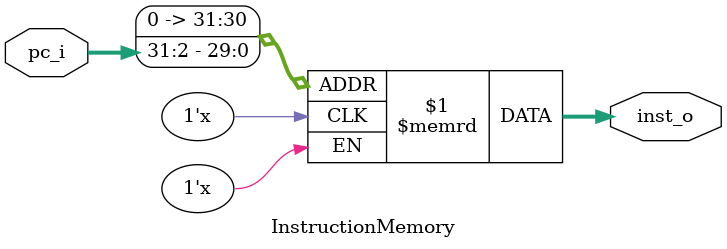
<source format=v>
module InstructionMemory
(
  input [31:0] pc_i,
  output [31:0] inst_o
);

reg [31:0] inst [0:511];
integer i;

assign inst_o = inst[pc_i >> 2];

endmodule

</source>
